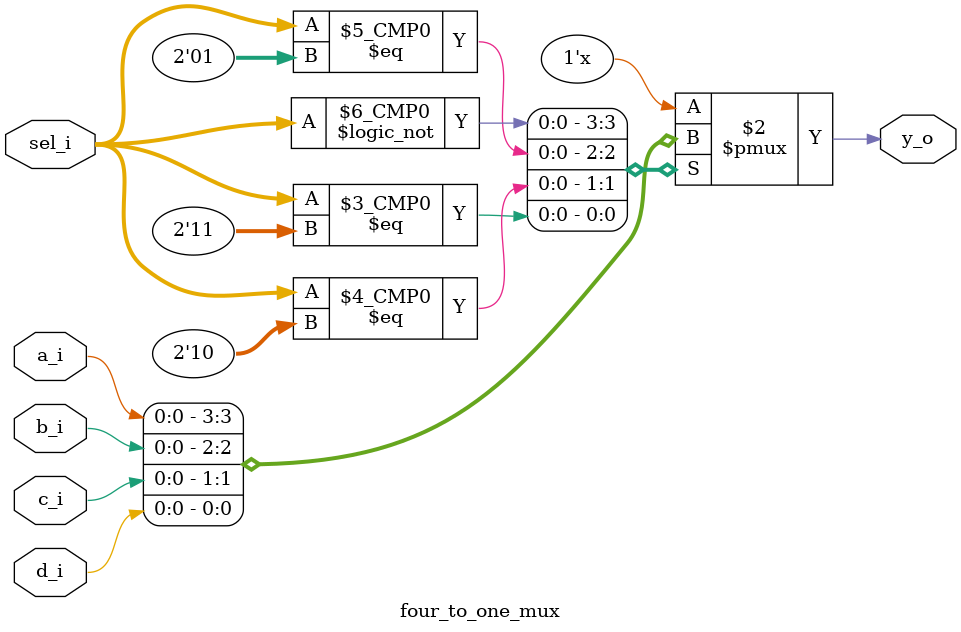
<source format=sv>

module four_to_one_mux(
  input logic a_i, b_i, c_i, d_i,
  input logic [1:0] sel_i,
  output logic y_o
);
  
    always_comb begin
        case(sel_i)
            2'b00: y_o = a_i;
            2'b01: y_o = b_i;
            2'b10: y_o = c_i;
            2'b11: y_o = d_i;
        endcase
    end
endmodule

</source>
